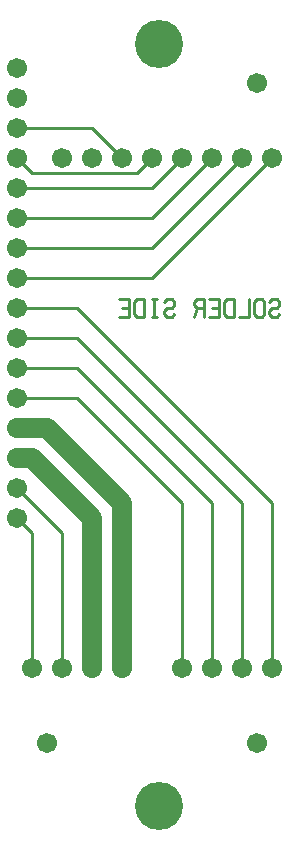
<source format=gbl>
%MOIN*%
%FSLAX25Y25*%
G04 D10 used for Character Trace; *
G04     Circle (OD=.01000) (No hole)*
G04 D11 used for Power Trace; *
G04     Circle (OD=.06700) (No hole)*
G04 D12 used for Signal Trace; *
G04     Circle (OD=.01100) (No hole)*
G04 D13 used for Via; *
G04     Circle (OD=.05800) (Round. Hole ID=.02800)*
G04 D14 used for Component hole; *
G04     Circle (OD=.06500) (Round. Hole ID=.03500)*
G04 D15 used for Component hole; *
G04     Circle (OD=.06700) (Round. Hole ID=.04300)*
G04 D16 used for Component hole; *
G04     Circle (OD=.08100) (Round. Hole ID=.05100)*
G04 D17 used for Component hole; *
G04     Circle (OD=.08900) (Round. Hole ID=.05900)*
G04 D18 used for Component hole; *
G04     Circle (OD=.11300) (Round. Hole ID=.08300)*
G04 D19 used for Component hole; *
G04     Circle (OD=.16000) (Round. Hole ID=.13000)*
G04 D20 used for Component hole; *
G04     Circle (OD=.18300) (Round. Hole ID=.15300)*
G04 D21 used for Component hole; *
G04     Circle (OD=.22291) (Round. Hole ID=.19291)*
%ADD10C,.01000*%
%ADD11C,.06700*%
%ADD12C,.01100*%
%ADD13C,.05800*%
%ADD14C,.06500*%
%ADD15C,.06700*%
%ADD16C,.08100*%
%ADD17C,.08900*%
%ADD18C,.11300*%
%ADD19C,.16000*%
%ADD20C,.18300*%
%ADD21C,.22291*%
%IPPOS*%
%LPD*%
G90*X0Y0D02*D15*X20000Y30000D03*X45000Y55000D03*  
D11*Y110000D01*X20000Y135000D01*X10000D01*D15*D03*
Y145000D03*D12*X30000D01*X65000Y110000D01*        
Y55000D01*D15*D03*X75000D03*D12*Y110000D01*       
X30000Y155000D01*X10000D01*D15*D03*Y165000D03*D12*
X30000D01*X85000Y110000D01*Y55000D01*D15*D03*     
X95000D03*D12*Y110000D01*X30000Y175000D01*        
X10000D01*D15*D03*Y185000D03*D12*X55000D01*       
X95000Y225000D01*D15*D03*X85000D03*D12*           
X55000Y195000D01*X10000D01*D15*D03*Y205000D03*D12*
X55000D01*X75000Y225000D01*D15*D03*X65000D03*D12* 
X55000Y215000D01*X10000D01*D15*D03*D12*           
X15000Y220000D02*X50000D01*X55000Y225000D01*D15*  
D03*X45000D03*D12*X35000Y235000D01*X10000D01*D15* 
D03*Y245000D03*Y225000D03*D12*X15000Y220000D01*   
D15*X25000Y225000D03*X35000D03*X10000Y255000D03*  
D19*X57300Y262900D03*D10*X94163Y176914D02*        
X95000Y177871D01*X96674D01*X97511Y176914D01*      
Y175957D01*X96674Y175000D01*X95000D01*            
X94163Y174043D01*Y173086D01*X95000Y172129D01*     
X96674D01*X97511Y173086D01*X89163D02*             
X90000Y172129D01*X91674D01*X92511Y173086D01*      
Y176914D01*X91674Y177871D01*X90000D01*            
X89163Y176914D01*Y173086D01*X87511Y177871D02*     
Y172129D01*X84163D01*X82511D02*Y177871D01*        
X80000D01*X79163Y176914D01*Y173086D01*            
X80000Y172129D01*X82511D01*X74163D02*X77511D01*   
Y177871D01*X74163D01*X77511Y175000D02*X75000D01*  
X72511Y172129D02*Y177871D01*X70000D01*            
X69163Y176914D01*Y175957D01*X70000Y175000D01*     
X72511D01*X70000D02*X69163Y172129D01*             
X59163Y176914D02*X60000Y177871D01*X61674D01*      
X62511Y176914D01*Y175957D01*X61674Y175000D01*     
X60000D01*X59163Y174043D01*Y173086D01*            
X60000Y172129D01*X61674D01*X62511Y173086D01*      
X55837Y172129D02*Y177871D01*X56674Y172129D02*     
X55000D01*X56674Y177871D02*X55000D01*             
X52511Y172129D02*Y177871D01*X50000D01*            
X49163Y176914D01*Y173086D01*X50000Y172129D01*     
X52511D01*X44163D02*X47511D01*Y177871D01*         
X44163D01*X47511Y175000D02*X45000D01*D15*         
X90000Y250000D03*X10000Y125000D03*D11*X15000D01*  
X35000Y105000D01*Y55000D01*D15*D03*X25000D03*D12* 
Y100000D01*X10000Y115000D01*D15*D03*Y105000D03*   
D12*X15000Y100000D01*Y55000D01*D15*D03*D19*       
X57300Y9100D03*D15*X90000Y30000D03*M02*           

</source>
